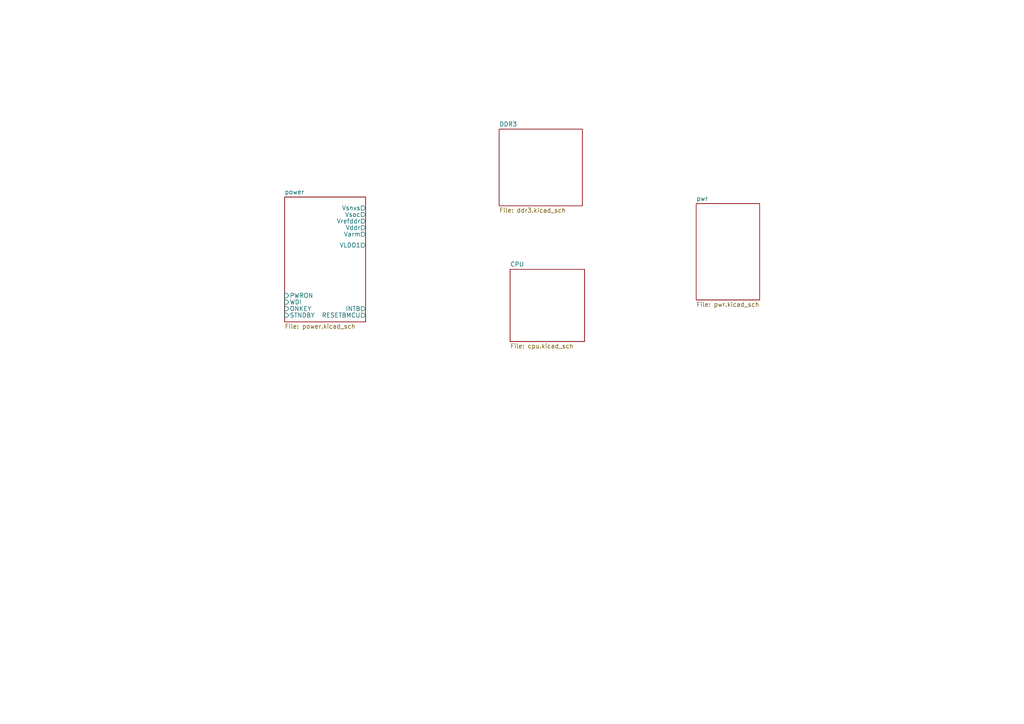
<source format=kicad_sch>
(kicad_sch (version 20211123) (generator eeschema)
  (paper "A4")
  (lib_symbols)
  (sheet (at 147.955 78.105) (size 21.59 20.955) (stroke (width 0.1524))
    (property "Sheet name" "CPU" (at 147.955 77.3934 0) (effects (justify left bottom)))
    (property "Sheet file" "cpu.kicad_sch" (at 147.955 99.6446 0) (effects (justify left top)))
  )
  (sheet (at 144.78 37.465) (size 24.13 22.225) (stroke (width 0.1524))
    (property "Sheet name" "DDR3" (at 144.78 36.7534 0) (effects (justify left bottom)))
    (property "Sheet file" "ddr3.kicad_sch" (at 144.78 60.2746 0) (effects (justify left top)))
  )
  (sheet (at 201.93 59.055) (size 18.415 27.94) (stroke (width 0.1524))
    (property "Sheet name" "pwr" (at 201.93 58.3434 0) (effects (justify left bottom)))
    (property "Sheet file" "pwr.kicad_sch" (at 201.93 87.5796 0) (effects (justify left top)))
  )
  (sheet (at 82.55 57.15) (size 23.495 36.195) (stroke (width 0.1524))
    (property "Sheet name" "power" (at 82.55 56.4384 0) (effects (justify left bottom)))
    (property "Sheet file" "power.kicad_sch" (at 82.55 93.9296 0) (effects (justify left top)))
    (pin "RESETBMCU" output (at 106.045 91.44 0))
    (pin "INTB" output (at 106.045 89.535 0))
    (pin "Vsnvs" output (at 106.045 60.325 0))
    (pin "Vsoc" output (at 106.045 62.23 0))
    (pin "Vrefddr" output (at 106.045 64.135 0))
    (pin "Vddr" output (at 106.045 66.04 0))
    (pin "Varm" output (at 106.045 67.945 0))
    (pin "STNDBY" input (at 82.55 91.44 180))
    (pin "ONKEY" input (at 82.55 89.535 180))
    (pin "WDI" input (at 82.55 87.63 180))
    (pin "PWRON" input (at 82.55 85.725 180))
    (pin "VLDO1" output (at 106.045 71.12 0))
  )
)
</source>
